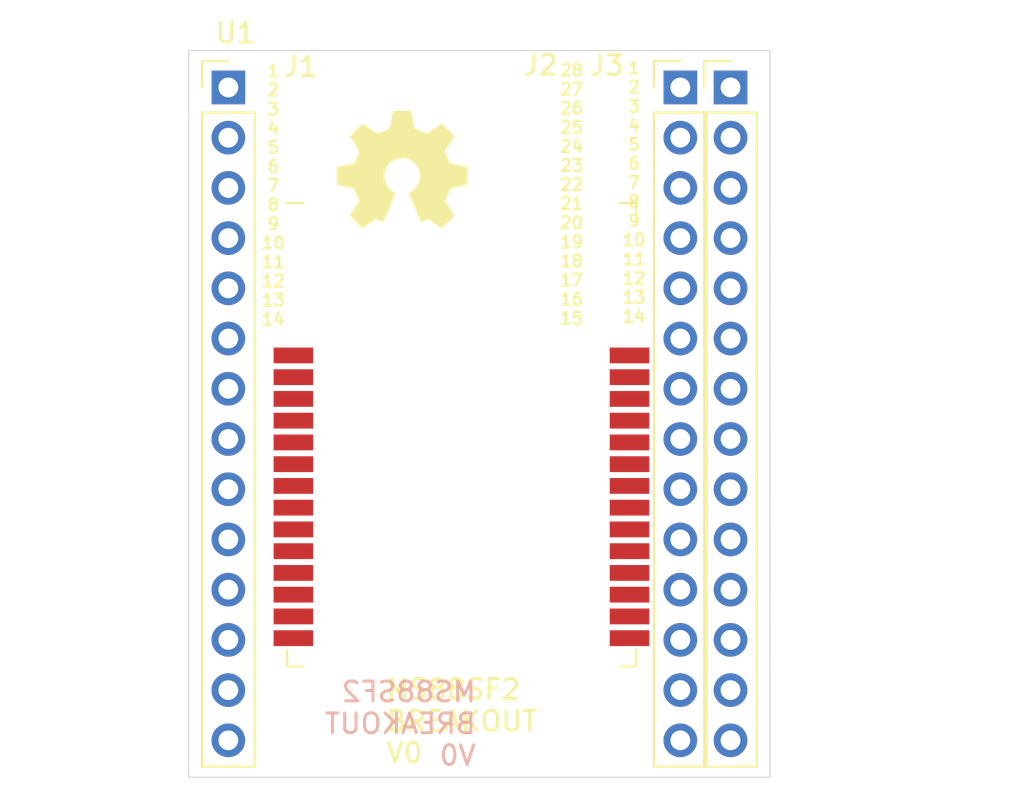
<source format=kicad_pcb>
(kicad_pcb (version 20171130) (host pcbnew 5.1.5+dfsg1-2build2)

  (general
    (thickness 1.6)
    (drawings 9)
    (tracks 0)
    (zones 0)
    (modules 5)
    (nets 56)
  )

  (page A4)
  (title_block
    (title ms88sf2-breakboard)
  )

  (layers
    (0 F.Cu signal)
    (31 B.Cu signal)
    (32 B.Adhes user)
    (33 F.Adhes user)
    (34 B.Paste user)
    (35 F.Paste user)
    (36 B.SilkS user)
    (37 F.SilkS user)
    (38 B.Mask user)
    (39 F.Mask user)
    (40 Dwgs.User user)
    (41 Cmts.User user)
    (42 Eco1.User user)
    (43 Eco2.User user)
    (44 Edge.Cuts user)
    (45 Margin user)
    (46 B.CrtYd user)
    (47 F.CrtYd user)
    (48 B.Fab user)
    (49 F.Fab user)
  )

  (setup
    (last_trace_width 0.25)
    (trace_clearance 0.2)
    (zone_clearance 0.508)
    (zone_45_only no)
    (trace_min 0.2)
    (via_size 0.8)
    (via_drill 0.4)
    (via_min_size 0.4)
    (via_min_drill 0.3)
    (uvia_size 0.3)
    (uvia_drill 0.1)
    (uvias_allowed no)
    (uvia_min_size 0.2)
    (uvia_min_drill 0.1)
    (edge_width 0.05)
    (segment_width 0.2)
    (pcb_text_width 0.3)
    (pcb_text_size 1.5 1.5)
    (mod_edge_width 0.12)
    (mod_text_size 1 1)
    (mod_text_width 0.15)
    (pad_size 1.524 1.524)
    (pad_drill 0.762)
    (pad_to_mask_clearance 0.051)
    (solder_mask_min_width 0.25)
    (aux_axis_origin 0 0)
    (visible_elements FFFFFF7F)
    (pcbplotparams
      (layerselection 0x010f0_ffffffff)
      (usegerberextensions false)
      (usegerberattributes false)
      (usegerberadvancedattributes false)
      (creategerberjobfile false)
      (excludeedgelayer true)
      (linewidth 0.100000)
      (plotframeref false)
      (viasonmask false)
      (mode 1)
      (useauxorigin false)
      (hpglpennumber 1)
      (hpglpenspeed 20)
      (hpglpendiameter 15.000000)
      (psnegative false)
      (psa4output false)
      (plotreference true)
      (plotvalue true)
      (plotinvisibletext false)
      (padsonsilk false)
      (subtractmaskfromsilk false)
      (outputformat 1)
      (mirror false)
      (drillshape 0)
      (scaleselection 1)
      (outputdirectory "gerber/single/"))
  )

  (net 0 "")
  (net 1 /ICPIN02)
  (net 2 /ICPIN01)
  (net 3 /ICPIN22)
  (net 4 /ICPIN21)
  (net 5 /ICPIN20)
  (net 6 /ICPIN19)
  (net 7 /ICPIN16)
  (net 8 /ICPIN15)
  (net 9 /ICPIN13)
  (net 10 /ICPIN12)
  (net 11 /ICPIN11)
  (net 12 /ICPIN10)
  (net 13 /ICPIN09)
  (net 14 /ICPIN08)
  (net 15 /ICPIN07)
  (net 16 /ICPIN06)
  (net 17 /ICPIN05)
  (net 18 /ICPIN04)
  (net 19 /ICPIN03)
  (net 20 /ICPIN24)
  (net 21 /ICPIN25)
  (net 22 /ICPIN26)
  (net 23 /ICPIN27)
  (net 24 /ICPIN29)
  (net 25 /ICPIN30)
  (net 26 /ICPIN31)
  (net 27 /ICPIN32)
  (net 28 /ICPIN14)
  (net 29 "Net-(U1-Pad27)")
  (net 30 "Net-(U1-Pad26)")
  (net 31 "Net-(U1-Pad25)")
  (net 32 "Net-(U1-Pad24)")
  (net 33 "Net-(U1-Pad23)")
  (net 34 "Net-(U1-Pad22)")
  (net 35 "Net-(U1-Pad21)")
  (net 36 "Net-(U1-Pad20)")
  (net 37 "Net-(U1-Pad19)")
  (net 38 "Net-(U1-Pad18)")
  (net 39 "Net-(U1-Pad17)")
  (net 40 "Net-(U1-Pad16)")
  (net 41 "Net-(U1-Pad15)")
  (net 42 "Net-(U1-Pad14)")
  (net 43 "Net-(U1-Pad1)")
  (net 44 "Net-(U1-Pad2)")
  (net 45 "Net-(U1-Pad3)")
  (net 46 "Net-(U1-Pad4)")
  (net 47 "Net-(U1-Pad5)")
  (net 48 "Net-(U1-Pad6)")
  (net 49 "Net-(U1-Pad7)")
  (net 50 "Net-(U1-Pad8)")
  (net 51 "Net-(U1-Pad9)")
  (net 52 "Net-(U1-Pad10)")
  (net 53 "Net-(U1-Pad11)")
  (net 54 "Net-(U1-Pad12)")
  (net 55 "Net-(U1-Pad13)")

  (net_class Default "This is the default net class."
    (clearance 0.2)
    (trace_width 0.25)
    (via_dia 0.8)
    (via_drill 0.4)
    (uvia_dia 0.3)
    (uvia_drill 0.1)
    (add_net /ICPIN01)
    (add_net /ICPIN02)
    (add_net /ICPIN03)
    (add_net /ICPIN04)
    (add_net /ICPIN05)
    (add_net /ICPIN06)
    (add_net /ICPIN07)
    (add_net /ICPIN08)
    (add_net /ICPIN09)
    (add_net /ICPIN10)
    (add_net /ICPIN11)
    (add_net /ICPIN12)
    (add_net /ICPIN13)
    (add_net /ICPIN14)
    (add_net /ICPIN15)
    (add_net /ICPIN16)
    (add_net /ICPIN19)
    (add_net /ICPIN20)
    (add_net /ICPIN21)
    (add_net /ICPIN22)
    (add_net /ICPIN24)
    (add_net /ICPIN25)
    (add_net /ICPIN26)
    (add_net /ICPIN27)
    (add_net /ICPIN29)
    (add_net /ICPIN30)
    (add_net /ICPIN31)
    (add_net /ICPIN32)
    (add_net "Net-(U1-Pad1)")
    (add_net "Net-(U1-Pad10)")
    (add_net "Net-(U1-Pad11)")
    (add_net "Net-(U1-Pad12)")
    (add_net "Net-(U1-Pad13)")
    (add_net "Net-(U1-Pad14)")
    (add_net "Net-(U1-Pad15)")
    (add_net "Net-(U1-Pad16)")
    (add_net "Net-(U1-Pad17)")
    (add_net "Net-(U1-Pad18)")
    (add_net "Net-(U1-Pad19)")
    (add_net "Net-(U1-Pad2)")
    (add_net "Net-(U1-Pad20)")
    (add_net "Net-(U1-Pad21)")
    (add_net "Net-(U1-Pad22)")
    (add_net "Net-(U1-Pad23)")
    (add_net "Net-(U1-Pad24)")
    (add_net "Net-(U1-Pad25)")
    (add_net "Net-(U1-Pad26)")
    (add_net "Net-(U1-Pad27)")
    (add_net "Net-(U1-Pad3)")
    (add_net "Net-(U1-Pad4)")
    (add_net "Net-(U1-Pad5)")
    (add_net "Net-(U1-Pad6)")
    (add_net "Net-(U1-Pad7)")
    (add_net "Net-(U1-Pad8)")
    (add_net "Net-(U1-Pad9)")
  )

  (module MINEW:MS88SF2 (layer F.Cu) (tedit 63025AB9) (tstamp 630310E2)
    (at 63.78956 69.43344)
    (descr "MS88SF2 BLUETOOTH Module https://www.minew.com/wp-content/uploads/2021/06/MS88SF2_V2.4-nRF52840-Datasheet.pdf")
    (tags "BLUETOOTH MS88SF2")
    (path /6303D01D)
    (attr smd)
    (fp_text reference U1 (at -11.43 -20.32) (layer F.SilkS)
      (effects (font (size 1 1) (thickness 0.15)))
    )
    (fp_text value MS88SF2 (at 0 12.954) (layer F.Fab)
      (effects (font (size 1 1) (thickness 0.15)))
    )
    (fp_line (start 9.75 11.85) (end -9.75 11.85) (layer F.CrtYd) (width 0.05))
    (fp_line (start 9.75 -11.85) (end -9.75 -11.85) (layer F.CrtYd) (width 0.05))
    (fp_line (start -9.75 -11.85) (end -9.75 11.85) (layer F.CrtYd) (width 0.05))
    (fp_line (start 9.75 -11.85) (end 9.75 11.85) (layer F.CrtYd) (width 0.05))
    (fp_line (start -8.82 -11.72) (end -8 -11.72) (layer F.SilkS) (width 0.12))
    (fp_line (start 8.82 -10.9) (end 8.82 -11.72) (layer F.SilkS) (width 0.12))
    (fp_line (start 8.82 -11.72) (end 8 -11.72) (layer F.SilkS) (width 0.12))
    (fp_line (start -8.82 10.9) (end -8.82 11.72) (layer F.SilkS) (width 0.12))
    (fp_line (start -8 11.72) (end -8.82 11.72) (layer F.SilkS) (width 0.12))
    (fp_line (start 8.82 10.9) (end 8.82 11.72) (layer F.SilkS) (width 0.12))
    (fp_line (start 8 11.72) (end 8.82 11.72) (layer F.SilkS) (width 0.12))
    (fp_line (start -8 -11.6) (end 8.7 -11.6) (layer F.Fab) (width 0.1))
    (fp_line (start -8.7 11.6) (end 8.7 11.6) (layer F.Fab) (width 0.1))
    (fp_line (start 8.7 -11.6) (end 8.7 11.6) (layer F.Fab) (width 0.1))
    (fp_line (start -8.7 -10.9) (end -8.7 11.6) (layer F.Fab) (width 0.1))
    (fp_line (start -8.7 -10.9) (end -8 -11.6) (layer F.Fab) (width 0.1))
    (fp_text user %R (at 0 0) (layer F.Fab)
      (effects (font (size 1 1) (thickness 0.15)))
    )
    (pad 27 smd rect (at 8.5 -4.01) (size 2 0.8) (layers F.Cu F.Paste F.Mask)
      (net 29 "Net-(U1-Pad27)"))
    (pad 26 smd rect (at 8.5 -2.91) (size 2 0.8) (layers F.Cu F.Paste F.Mask)
      (net 30 "Net-(U1-Pad26)"))
    (pad 25 smd rect (at 8.5 -1.81) (size 2 0.8) (layers F.Cu F.Paste F.Mask)
      (net 31 "Net-(U1-Pad25)"))
    (pad 24 smd rect (at 8.5 -0.71) (size 2 0.8) (layers F.Cu F.Paste F.Mask)
      (net 32 "Net-(U1-Pad24)"))
    (pad 23 smd rect (at 8.5 0.39) (size 2 0.8) (layers F.Cu F.Paste F.Mask)
      (net 33 "Net-(U1-Pad23)"))
    (pad 22 smd rect (at 8.5 1.49) (size 2 0.8) (layers F.Cu F.Paste F.Mask)
      (net 34 "Net-(U1-Pad22)"))
    (pad 21 smd rect (at 8.5 2.59) (size 2 0.8) (layers F.Cu F.Paste F.Mask)
      (net 35 "Net-(U1-Pad21)"))
    (pad 20 smd rect (at 8.5 3.69) (size 2 0.8) (layers F.Cu F.Paste F.Mask)
      (net 36 "Net-(U1-Pad20)"))
    (pad 19 smd rect (at 8.5 4.79) (size 2 0.8) (layers F.Cu F.Paste F.Mask)
      (net 37 "Net-(U1-Pad19)"))
    (pad 18 smd rect (at 8.5 5.89) (size 2 0.8) (layers F.Cu F.Paste F.Mask)
      (net 38 "Net-(U1-Pad18)"))
    (pad 17 smd rect (at 8.5 6.99) (size 2 0.8) (layers F.Cu F.Paste F.Mask)
      (net 39 "Net-(U1-Pad17)"))
    (pad 16 smd rect (at 8.5 8.09) (size 2 0.8) (layers F.Cu F.Paste F.Mask)
      (net 40 "Net-(U1-Pad16)"))
    (pad 15 smd rect (at 8.5 9.19) (size 2 0.8) (layers F.Cu F.Paste F.Mask)
      (net 41 "Net-(U1-Pad15)"))
    (pad 14 smd rect (at 8.5 10.29) (size 2 0.8) (layers F.Cu F.Paste F.Mask)
      (net 42 "Net-(U1-Pad14)"))
    (pad 1 smd rect (at -8.5 -4.01) (size 2 0.8) (layers F.Cu F.Paste F.Mask)
      (net 43 "Net-(U1-Pad1)"))
    (pad 2 smd rect (at -8.5 -2.91) (size 2 0.8) (layers F.Cu F.Paste F.Mask)
      (net 44 "Net-(U1-Pad2)"))
    (pad 3 smd rect (at -8.5 -1.81) (size 2 0.8) (layers F.Cu F.Paste F.Mask)
      (net 45 "Net-(U1-Pad3)"))
    (pad 4 smd rect (at -8.5 -0.71) (size 2 0.8) (layers F.Cu F.Paste F.Mask)
      (net 46 "Net-(U1-Pad4)"))
    (pad 5 smd rect (at -8.5 0.39) (size 2 0.8) (layers F.Cu F.Paste F.Mask)
      (net 47 "Net-(U1-Pad5)"))
    (pad 6 smd rect (at -8.5 1.49) (size 2 0.8) (layers F.Cu F.Paste F.Mask)
      (net 48 "Net-(U1-Pad6)"))
    (pad 7 smd rect (at -8.5 2.59) (size 2 0.8) (layers F.Cu F.Paste F.Mask)
      (net 49 "Net-(U1-Pad7)"))
    (pad 8 smd rect (at -8.5 3.69) (size 2 0.8) (layers F.Cu F.Paste F.Mask)
      (net 50 "Net-(U1-Pad8)"))
    (pad 9 smd rect (at -8.5 4.79) (size 2 0.8) (layers F.Cu F.Paste F.Mask)
      (net 51 "Net-(U1-Pad9)"))
    (pad 10 smd rect (at -8.5 5.89) (size 2 0.8) (layers F.Cu F.Paste F.Mask)
      (net 52 "Net-(U1-Pad10)"))
    (pad 11 smd rect (at -8.5 6.99) (size 2 0.8) (layers F.Cu F.Paste F.Mask)
      (net 53 "Net-(U1-Pad11)"))
    (pad 12 smd rect (at -8.5 8.09) (size 2 0.8) (layers F.Cu F.Paste F.Mask)
      (net 54 "Net-(U1-Pad12)"))
    (pad 13 smd rect (at -8.5 9.19) (size 2 0.8) (layers F.Cu F.Paste F.Mask)
      (net 55 "Net-(U1-Pad13)"))
    (pad 14 smd rect (at -8.5 10.29) (size 2 0.8) (layers F.Cu F.Paste F.Mask)
      (net 42 "Net-(U1-Pad14)"))
    (model ${KISYS3DMOD}/RF_Module.3dshapes/MS88SF2.wrl
      (at (xyz 0 0 0))
      (scale (xyz 1 1 1))
      (rotate (xyz 0 0 0))
    )
  )

  (module Connector_PinHeader_2.54mm:PinHeader_1x14_P2.54mm_Vertical (layer F.Cu) (tedit 59FED5CC) (tstamp 621F5E7E)
    (at 77.4 51.87)
    (descr "Through hole straight pin header, 1x14, 2.54mm pitch, single row")
    (tags "Through hole pin header THT 1x14 2.54mm single row")
    (path /621F6CCC)
    (fp_text reference J3 (at -6.25968 -1.11064) (layer F.SilkS)
      (effects (font (size 1 1) (thickness 0.15)))
    )
    (fp_text value Conn_01x14_Male (at 0 35.35) (layer F.Fab)
      (effects (font (size 1 1) (thickness 0.15)))
    )
    (fp_text user %R (at 0 16.51 90) (layer F.Fab)
      (effects (font (size 1 1) (thickness 0.15)))
    )
    (fp_line (start 1.8 -1.8) (end -1.8 -1.8) (layer F.CrtYd) (width 0.05))
    (fp_line (start 1.8 34.8) (end 1.8 -1.8) (layer F.CrtYd) (width 0.05))
    (fp_line (start -1.8 34.8) (end 1.8 34.8) (layer F.CrtYd) (width 0.05))
    (fp_line (start -1.8 -1.8) (end -1.8 34.8) (layer F.CrtYd) (width 0.05))
    (fp_line (start -1.33 -1.33) (end 0 -1.33) (layer F.SilkS) (width 0.12))
    (fp_line (start -1.33 0) (end -1.33 -1.33) (layer F.SilkS) (width 0.12))
    (fp_line (start -1.33 1.27) (end 1.33 1.27) (layer F.SilkS) (width 0.12))
    (fp_line (start 1.33 1.27) (end 1.33 34.35) (layer F.SilkS) (width 0.12))
    (fp_line (start -1.33 1.27) (end -1.33 34.35) (layer F.SilkS) (width 0.12))
    (fp_line (start -1.33 34.35) (end 1.33 34.35) (layer F.SilkS) (width 0.12))
    (fp_line (start -1.27 -0.635) (end -0.635 -1.27) (layer F.Fab) (width 0.1))
    (fp_line (start -1.27 34.29) (end -1.27 -0.635) (layer F.Fab) (width 0.1))
    (fp_line (start 1.27 34.29) (end -1.27 34.29) (layer F.Fab) (width 0.1))
    (fp_line (start 1.27 -1.27) (end 1.27 34.29) (layer F.Fab) (width 0.1))
    (fp_line (start -0.635 -1.27) (end 1.27 -1.27) (layer F.Fab) (width 0.1))
    (pad 14 thru_hole oval (at 0 33.02) (size 1.7 1.7) (drill 1) (layers *.Cu *.Mask)
      (net 28 /ICPIN14))
    (pad 13 thru_hole oval (at 0 30.48) (size 1.7 1.7) (drill 1) (layers *.Cu *.Mask)
      (net 9 /ICPIN13))
    (pad 12 thru_hole oval (at 0 27.94) (size 1.7 1.7) (drill 1) (layers *.Cu *.Mask)
      (net 10 /ICPIN12))
    (pad 11 thru_hole oval (at 0 25.4) (size 1.7 1.7) (drill 1) (layers *.Cu *.Mask)
      (net 11 /ICPIN11))
    (pad 10 thru_hole oval (at 0 22.86) (size 1.7 1.7) (drill 1) (layers *.Cu *.Mask)
      (net 12 /ICPIN10))
    (pad 9 thru_hole oval (at 0 20.32) (size 1.7 1.7) (drill 1) (layers *.Cu *.Mask)
      (net 13 /ICPIN09))
    (pad 8 thru_hole oval (at 0 17.78) (size 1.7 1.7) (drill 1) (layers *.Cu *.Mask)
      (net 14 /ICPIN08))
    (pad 7 thru_hole oval (at 0 15.24) (size 1.7 1.7) (drill 1) (layers *.Cu *.Mask)
      (net 15 /ICPIN07))
    (pad 6 thru_hole oval (at 0 12.7) (size 1.7 1.7) (drill 1) (layers *.Cu *.Mask)
      (net 16 /ICPIN06))
    (pad 5 thru_hole oval (at 0 10.16) (size 1.7 1.7) (drill 1) (layers *.Cu *.Mask)
      (net 17 /ICPIN05))
    (pad 4 thru_hole oval (at 0 7.62) (size 1.7 1.7) (drill 1) (layers *.Cu *.Mask)
      (net 18 /ICPIN04))
    (pad 3 thru_hole oval (at 0 5.08) (size 1.7 1.7) (drill 1) (layers *.Cu *.Mask)
      (net 19 /ICPIN03))
    (pad 2 thru_hole oval (at 0 2.54) (size 1.7 1.7) (drill 1) (layers *.Cu *.Mask)
      (net 1 /ICPIN02))
    (pad 1 thru_hole rect (at 0 0) (size 1.7 1.7) (drill 1) (layers *.Cu *.Mask)
      (net 2 /ICPIN01))
    (model ${KISYS3DMOD}/Connector_PinHeader_2.54mm.3dshapes/PinHeader_1x14_P2.54mm_Vertical.wrl
      (at (xyz 0 0 0))
      (scale (xyz 1 1 1))
      (rotate (xyz 0 0 0))
    )
  )

  (module Connector_PinHeader_2.54mm:PinHeader_1x14_P2.54mm_Vertical (layer F.Cu) (tedit 59FED5CC) (tstamp 621F5440)
    (at 74.86 51.87)
    (descr "Through hole straight pin header, 1x14, 2.54mm pitch, single row")
    (tags "Through hole pin header THT 1x14 2.54mm single row")
    (path /621FB759)
    (fp_text reference J2 (at -7.07248 -1.12588) (layer F.SilkS)
      (effects (font (size 1 1) (thickness 0.15)))
    )
    (fp_text value Conn_01x14_Male (at 0 35.35) (layer F.Fab)
      (effects (font (size 1 1) (thickness 0.15)))
    )
    (fp_text user %R (at 0 16.51 90) (layer F.Fab)
      (effects (font (size 1 1) (thickness 0.15)))
    )
    (fp_line (start 1.8 -1.8) (end -1.8 -1.8) (layer F.CrtYd) (width 0.05))
    (fp_line (start 1.8 34.8) (end 1.8 -1.8) (layer F.CrtYd) (width 0.05))
    (fp_line (start -1.8 34.8) (end 1.8 34.8) (layer F.CrtYd) (width 0.05))
    (fp_line (start -1.8 -1.8) (end -1.8 34.8) (layer F.CrtYd) (width 0.05))
    (fp_line (start -1.33 -1.33) (end 0 -1.33) (layer F.SilkS) (width 0.12))
    (fp_line (start -1.33 0) (end -1.33 -1.33) (layer F.SilkS) (width 0.12))
    (fp_line (start -1.33 1.27) (end 1.33 1.27) (layer F.SilkS) (width 0.12))
    (fp_line (start 1.33 1.27) (end 1.33 34.35) (layer F.SilkS) (width 0.12))
    (fp_line (start -1.33 1.27) (end -1.33 34.35) (layer F.SilkS) (width 0.12))
    (fp_line (start -1.33 34.35) (end 1.33 34.35) (layer F.SilkS) (width 0.12))
    (fp_line (start -1.27 -0.635) (end -0.635 -1.27) (layer F.Fab) (width 0.1))
    (fp_line (start -1.27 34.29) (end -1.27 -0.635) (layer F.Fab) (width 0.1))
    (fp_line (start 1.27 34.29) (end -1.27 34.29) (layer F.Fab) (width 0.1))
    (fp_line (start 1.27 -1.27) (end 1.27 34.29) (layer F.Fab) (width 0.1))
    (fp_line (start -0.635 -1.27) (end 1.27 -1.27) (layer F.Fab) (width 0.1))
    (pad 14 thru_hole oval (at 0 33.02) (size 1.7 1.7) (drill 1) (layers *.Cu *.Mask)
      (net 8 /ICPIN15))
    (pad 13 thru_hole oval (at 0 30.48) (size 1.7 1.7) (drill 1) (layers *.Cu *.Mask)
      (net 7 /ICPIN16))
    (pad 12 thru_hole oval (at 0 27.94) (size 1.7 1.7) (drill 1) (layers *.Cu *.Mask)
      (net 6 /ICPIN19))
    (pad 11 thru_hole oval (at 0 25.4) (size 1.7 1.7) (drill 1) (layers *.Cu *.Mask)
      (net 5 /ICPIN20))
    (pad 10 thru_hole oval (at 0 22.86) (size 1.7 1.7) (drill 1) (layers *.Cu *.Mask)
      (net 4 /ICPIN21))
    (pad 9 thru_hole oval (at 0 20.32) (size 1.7 1.7) (drill 1) (layers *.Cu *.Mask)
      (net 3 /ICPIN22))
    (pad 8 thru_hole oval (at 0 17.78) (size 1.7 1.7) (drill 1) (layers *.Cu *.Mask)
      (net 20 /ICPIN24))
    (pad 7 thru_hole oval (at 0 15.24) (size 1.7 1.7) (drill 1) (layers *.Cu *.Mask)
      (net 21 /ICPIN25))
    (pad 6 thru_hole oval (at 0 12.7) (size 1.7 1.7) (drill 1) (layers *.Cu *.Mask)
      (net 22 /ICPIN26))
    (pad 5 thru_hole oval (at 0 10.16) (size 1.7 1.7) (drill 1) (layers *.Cu *.Mask)
      (net 23 /ICPIN27))
    (pad 4 thru_hole oval (at 0 7.62) (size 1.7 1.7) (drill 1) (layers *.Cu *.Mask)
      (net 24 /ICPIN29))
    (pad 3 thru_hole oval (at 0 5.08) (size 1.7 1.7) (drill 1) (layers *.Cu *.Mask)
      (net 25 /ICPIN30))
    (pad 2 thru_hole oval (at 0 2.54) (size 1.7 1.7) (drill 1) (layers *.Cu *.Mask)
      (net 26 /ICPIN31))
    (pad 1 thru_hole rect (at 0 0) (size 1.7 1.7) (drill 1) (layers *.Cu *.Mask)
      (net 27 /ICPIN32))
    (model ${KISYS3DMOD}/Connector_PinHeader_2.54mm.3dshapes/PinHeader_1x14_P2.54mm_Vertical.wrl
      (at (xyz 0 0 0))
      (scale (xyz 1 1 1))
      (rotate (xyz 0 0 0))
    )
  )

  (module Connector_PinHeader_2.54mm:PinHeader_1x14_P2.54mm_Vertical (layer F.Cu) (tedit 59FED5CC) (tstamp 621F541E)
    (at 52 51.87)
    (descr "Through hole straight pin header, 1x14, 2.54mm pitch, single row")
    (tags "Through hole pin header THT 1x14 2.54mm single row")
    (path /621F2722)
    (fp_text reference J1 (at 3.65648 -1.05984) (layer F.SilkS)
      (effects (font (size 1 1) (thickness 0.15)))
    )
    (fp_text value Conn_01x14_Male (at 0 35.35) (layer F.Fab)
      (effects (font (size 1 1) (thickness 0.15)))
    )
    (fp_text user %R (at 0 16.51 90) (layer F.Fab)
      (effects (font (size 1 1) (thickness 0.15)))
    )
    (fp_line (start 1.8 -1.8) (end -1.8 -1.8) (layer F.CrtYd) (width 0.05))
    (fp_line (start 1.8 34.8) (end 1.8 -1.8) (layer F.CrtYd) (width 0.05))
    (fp_line (start -1.8 34.8) (end 1.8 34.8) (layer F.CrtYd) (width 0.05))
    (fp_line (start -1.8 -1.8) (end -1.8 34.8) (layer F.CrtYd) (width 0.05))
    (fp_line (start -1.33 -1.33) (end 0 -1.33) (layer F.SilkS) (width 0.12))
    (fp_line (start -1.33 0) (end -1.33 -1.33) (layer F.SilkS) (width 0.12))
    (fp_line (start -1.33 1.27) (end 1.33 1.27) (layer F.SilkS) (width 0.12))
    (fp_line (start 1.33 1.27) (end 1.33 34.35) (layer F.SilkS) (width 0.12))
    (fp_line (start -1.33 1.27) (end -1.33 34.35) (layer F.SilkS) (width 0.12))
    (fp_line (start -1.33 34.35) (end 1.33 34.35) (layer F.SilkS) (width 0.12))
    (fp_line (start -1.27 -0.635) (end -0.635 -1.27) (layer F.Fab) (width 0.1))
    (fp_line (start -1.27 34.29) (end -1.27 -0.635) (layer F.Fab) (width 0.1))
    (fp_line (start 1.27 34.29) (end -1.27 34.29) (layer F.Fab) (width 0.1))
    (fp_line (start 1.27 -1.27) (end 1.27 34.29) (layer F.Fab) (width 0.1))
    (fp_line (start -0.635 -1.27) (end 1.27 -1.27) (layer F.Fab) (width 0.1))
    (pad 14 thru_hole oval (at 0 33.02) (size 1.7 1.7) (drill 1) (layers *.Cu *.Mask)
      (net 28 /ICPIN14))
    (pad 13 thru_hole oval (at 0 30.48) (size 1.7 1.7) (drill 1) (layers *.Cu *.Mask)
      (net 9 /ICPIN13))
    (pad 12 thru_hole oval (at 0 27.94) (size 1.7 1.7) (drill 1) (layers *.Cu *.Mask)
      (net 10 /ICPIN12))
    (pad 11 thru_hole oval (at 0 25.4) (size 1.7 1.7) (drill 1) (layers *.Cu *.Mask)
      (net 11 /ICPIN11))
    (pad 10 thru_hole oval (at 0 22.86) (size 1.7 1.7) (drill 1) (layers *.Cu *.Mask)
      (net 12 /ICPIN10))
    (pad 9 thru_hole oval (at 0 20.32) (size 1.7 1.7) (drill 1) (layers *.Cu *.Mask)
      (net 13 /ICPIN09))
    (pad 8 thru_hole oval (at 0 17.78) (size 1.7 1.7) (drill 1) (layers *.Cu *.Mask)
      (net 14 /ICPIN08))
    (pad 7 thru_hole oval (at 0 15.24) (size 1.7 1.7) (drill 1) (layers *.Cu *.Mask)
      (net 15 /ICPIN07))
    (pad 6 thru_hole oval (at 0 12.7) (size 1.7 1.7) (drill 1) (layers *.Cu *.Mask)
      (net 16 /ICPIN06))
    (pad 5 thru_hole oval (at 0 10.16) (size 1.7 1.7) (drill 1) (layers *.Cu *.Mask)
      (net 17 /ICPIN05))
    (pad 4 thru_hole oval (at 0 7.62) (size 1.7 1.7) (drill 1) (layers *.Cu *.Mask)
      (net 18 /ICPIN04))
    (pad 3 thru_hole oval (at 0 5.08) (size 1.7 1.7) (drill 1) (layers *.Cu *.Mask)
      (net 19 /ICPIN03))
    (pad 2 thru_hole oval (at 0 2.54) (size 1.7 1.7) (drill 1) (layers *.Cu *.Mask)
      (net 1 /ICPIN02))
    (pad 1 thru_hole rect (at 0 0) (size 1.7 1.7) (drill 1) (layers *.Cu *.Mask)
      (net 2 /ICPIN01))
    (model ${KISYS3DMOD}/Connector_PinHeader_2.54mm.3dshapes/PinHeader_1x14_P2.54mm_Vertical.wrl
      (at (xyz 0 0 0))
      (scale (xyz 1 1 1))
      (rotate (xyz 0 0 0))
    )
  )

  (module Symbol:OSHW-Symbol_6.7x6mm_SilkScreen (layer F.Cu) (tedit 0) (tstamp 61FB43E1)
    (at 60.7822 56.03748)
    (descr "Open Source Hardware Symbol")
    (tags "Logo Symbol OSHW")
    (attr virtual)
    (fp_text reference REF** (at 0 0) (layer F.SilkS) hide
      (effects (font (size 1 1) (thickness 0.15)))
    )
    (fp_text value OSHW-Symbol_6.7x6mm_SilkScreen (at 0.75 0) (layer F.Fab) hide
      (effects (font (size 1 1) (thickness 0.15)))
    )
    (fp_poly (pts (xy 0.555814 -2.531069) (xy 0.639635 -2.086445) (xy 0.94892 -1.958947) (xy 1.258206 -1.831449)
      (xy 1.629246 -2.083754) (xy 1.733157 -2.154004) (xy 1.827087 -2.216728) (xy 1.906652 -2.269062)
      (xy 1.96747 -2.308143) (xy 2.005157 -2.331107) (xy 2.015421 -2.336058) (xy 2.03391 -2.323324)
      (xy 2.07342 -2.288118) (xy 2.129522 -2.234938) (xy 2.197787 -2.168282) (xy 2.273786 -2.092646)
      (xy 2.353092 -2.012528) (xy 2.431275 -1.932426) (xy 2.503907 -1.856836) (xy 2.566559 -1.790255)
      (xy 2.614803 -1.737182) (xy 2.64421 -1.702113) (xy 2.651241 -1.690377) (xy 2.641123 -1.66874)
      (xy 2.612759 -1.621338) (xy 2.569129 -1.552807) (xy 2.513218 -1.467785) (xy 2.448006 -1.370907)
      (xy 2.410219 -1.31565) (xy 2.341343 -1.214752) (xy 2.28014 -1.123701) (xy 2.229578 -1.04703)
      (xy 2.192628 -0.989272) (xy 2.172258 -0.954957) (xy 2.169197 -0.947746) (xy 2.176136 -0.927252)
      (xy 2.195051 -0.879487) (xy 2.223087 -0.811168) (xy 2.257391 -0.729011) (xy 2.295109 -0.63973)
      (xy 2.333387 -0.550042) (xy 2.36937 -0.466662) (xy 2.400206 -0.396306) (xy 2.423039 -0.34569)
      (xy 2.435017 -0.321529) (xy 2.435724 -0.320578) (xy 2.454531 -0.315964) (xy 2.504618 -0.305672)
      (xy 2.580793 -0.290713) (xy 2.677865 -0.272099) (xy 2.790643 -0.250841) (xy 2.856442 -0.238582)
      (xy 2.97695 -0.215638) (xy 3.085797 -0.193805) (xy 3.177476 -0.174278) (xy 3.246481 -0.158252)
      (xy 3.287304 -0.146921) (xy 3.295511 -0.143326) (xy 3.303548 -0.118994) (xy 3.310033 -0.064041)
      (xy 3.31497 0.015108) (xy 3.318364 0.112026) (xy 3.320218 0.220287) (xy 3.320538 0.333465)
      (xy 3.319327 0.445135) (xy 3.31659 0.548868) (xy 3.312331 0.638241) (xy 3.306555 0.706826)
      (xy 3.299267 0.748197) (xy 3.294895 0.75681) (xy 3.268764 0.767133) (xy 3.213393 0.781892)
      (xy 3.136107 0.799352) (xy 3.04423 0.81778) (xy 3.012158 0.823741) (xy 2.857524 0.852066)
      (xy 2.735375 0.874876) (xy 2.641673 0.89308) (xy 2.572384 0.907583) (xy 2.523471 0.919292)
      (xy 2.490897 0.929115) (xy 2.470628 0.937956) (xy 2.458626 0.946724) (xy 2.456947 0.948457)
      (xy 2.440184 0.976371) (xy 2.414614 1.030695) (xy 2.382788 1.104777) (xy 2.34726 1.191965)
      (xy 2.310583 1.285608) (xy 2.275311 1.379052) (xy 2.243996 1.465647) (xy 2.219193 1.53874)
      (xy 2.203454 1.591678) (xy 2.199332 1.617811) (xy 2.199676 1.618726) (xy 2.213641 1.640086)
      (xy 2.245322 1.687084) (xy 2.291391 1.754827) (xy 2.348518 1.838423) (xy 2.413373 1.932982)
      (xy 2.431843 1.959854) (xy 2.497699 2.057275) (xy 2.55565 2.146163) (xy 2.602538 2.221412)
      (xy 2.635207 2.27792) (xy 2.6505 2.310581) (xy 2.651241 2.314593) (xy 2.638392 2.335684)
      (xy 2.602888 2.377464) (xy 2.549293 2.435445) (xy 2.482171 2.505135) (xy 2.406087 2.582045)
      (xy 2.325604 2.661683) (xy 2.245287 2.739561) (xy 2.169699 2.811186) (xy 2.103405 2.87207)
      (xy 2.050969 2.917721) (xy 2.016955 2.94365) (xy 2.007545 2.947883) (xy 1.985643 2.937912)
      (xy 1.9408 2.91102) (xy 1.880321 2.871736) (xy 1.833789 2.840117) (xy 1.749475 2.782098)
      (xy 1.649626 2.713784) (xy 1.549473 2.645579) (xy 1.495627 2.609075) (xy 1.313371 2.4858)
      (xy 1.160381 2.56852) (xy 1.090682 2.604759) (xy 1.031414 2.632926) (xy 0.991311 2.648991)
      (xy 0.981103 2.651226) (xy 0.968829 2.634722) (xy 0.944613 2.588082) (xy 0.910263 2.515609)
      (xy 0.867588 2.421606) (xy 0.818394 2.310374) (xy 0.76449 2.186215) (xy 0.707684 2.053432)
      (xy 0.649782 1.916327) (xy 0.592593 1.779202) (xy 0.537924 1.646358) (xy 0.487584 1.522098)
      (xy 0.44338 1.410725) (xy 0.407119 1.316539) (xy 0.380609 1.243844) (xy 0.365658 1.196941)
      (xy 0.363254 1.180833) (xy 0.382311 1.160286) (xy 0.424036 1.126933) (xy 0.479706 1.087702)
      (xy 0.484378 1.084599) (xy 0.628264 0.969423) (xy 0.744283 0.835053) (xy 0.83143 0.685784)
      (xy 0.888699 0.525913) (xy 0.915086 0.359737) (xy 0.909585 0.191552) (xy 0.87119 0.025655)
      (xy 0.798895 -0.133658) (xy 0.777626 -0.168513) (xy 0.666996 -0.309263) (xy 0.536302 -0.422286)
      (xy 0.390064 -0.506997) (xy 0.232808 -0.562806) (xy 0.069057 -0.589126) (xy -0.096667 -0.58537)
      (xy -0.259838 -0.55095) (xy -0.415935 -0.485277) (xy -0.560433 -0.387765) (xy -0.605131 -0.348187)
      (xy -0.718888 -0.224297) (xy -0.801782 -0.093876) (xy -0.858644 0.052315) (xy -0.890313 0.197088)
      (xy -0.898131 0.35986) (xy -0.872062 0.52344) (xy -0.814755 0.682298) (xy -0.728856 0.830906)
      (xy -0.617014 0.963735) (xy -0.481877 1.075256) (xy -0.464117 1.087011) (xy -0.40785 1.125508)
      (xy -0.365077 1.158863) (xy -0.344628 1.18016) (xy -0.344331 1.180833) (xy -0.348721 1.203871)
      (xy -0.366124 1.256157) (xy -0.394732 1.33339) (xy -0.432735 1.431268) (xy -0.478326 1.545491)
      (xy -0.529697 1.671758) (xy -0.585038 1.805767) (xy -0.642542 1.943218) (xy -0.700399 2.079808)
      (xy -0.756802 2.211237) (xy -0.809942 2.333205) (xy -0.85801 2.441409) (xy -0.899199 2.531549)
      (xy -0.931699 2.599323) (xy -0.953703 2.64043) (xy -0.962564 2.651226) (xy -0.98964 2.642819)
      (xy -1.040303 2.620272) (xy -1.105817 2.587613) (xy -1.141841 2.56852) (xy -1.294832 2.4858)
      (xy -1.477088 2.609075) (xy -1.570125 2.672228) (xy -1.671985 2.741727) (xy -1.767438 2.807165)
      (xy -1.81525 2.840117) (xy -1.882495 2.885273) (xy -1.939436 2.921057) (xy -1.978646 2.942938)
      (xy -1.991381 2.947563) (xy -2.009917 2.935085) (xy -2.050941 2.900252) (xy -2.110475 2.846678)
      (xy -2.184542 2.777983) (xy -2.269165 2.697781) (xy -2.322685 2.646286) (xy -2.416319 2.554286)
      (xy -2.497241 2.471999) (xy -2.562177 2.402945) (xy -2.607858 2.350644) (xy -2.631011 2.318616)
      (xy -2.633232 2.312116) (xy -2.622924 2.287394) (xy -2.594439 2.237405) (xy -2.550937 2.167212)
      (xy -2.495577 2.081875) (xy -2.43152 1.986456) (xy -2.413303 1.959854) (xy -2.346927 1.863167)
      (xy -2.287378 1.776117) (xy -2.237984 1.703595) (xy -2.202075 1.650493) (xy -2.182981 1.621703)
      (xy -2.181136 1.618726) (xy -2.183895 1.595782) (xy -2.198538 1.545336) (xy -2.222513 1.474041)
      (xy -2.253266 1.388547) (xy -2.288244 1.295507) (xy -2.324893 1.201574) (xy -2.360661 1.113399)
      (xy -2.392994 1.037634) (xy -2.419338 0.980931) (xy -2.437142 0.949943) (xy -2.438407 0.948457)
      (xy -2.449294 0.939601) (xy -2.467682 0.930843) (xy -2.497606 0.921277) (xy -2.543103 0.909996)
      (xy -2.608209 0.896093) (xy -2.696961 0.878663) (xy -2.813393 0.856798) (xy -2.961542 0.829591)
      (xy -2.993618 0.823741) (xy -3.088686 0.805374) (xy -3.171565 0.787405) (xy -3.23493 0.771569)
      (xy -3.271458 0.7596) (xy -3.276356 0.75681) (xy -3.284427 0.732072) (xy -3.290987 0.67679)
      (xy -3.296033 0.597389) (xy -3.299559 0.500296) (xy -3.301561 0.391938) (xy -3.302036 0.27874)
      (xy -3.300977 0.167128) (xy -3.298382 0.063529) (xy -3.294246 -0.025632) (xy -3.288563 -0.093928)
      (xy -3.281331 -0.134934) (xy -3.276971 -0.143326) (xy -3.252698 -0.151792) (xy -3.197426 -0.165565)
      (xy -3.116662 -0.18345) (xy -3.015912 -0.204252) (xy -2.900683 -0.226777) (xy -2.837902 -0.238582)
      (xy -2.718787 -0.260849) (xy -2.612565 -0.281021) (xy -2.524427 -0.298085) (xy -2.459566 -0.311031)
      (xy -2.423174 -0.318845) (xy -2.417184 -0.320578) (xy -2.407061 -0.34011) (xy -2.385662 -0.387157)
      (xy -2.355839 -0.454997) (xy -2.320445 -0.536909) (xy -2.282332 -0.626172) (xy -2.244353 -0.716065)
      (xy -2.20936 -0.799865) (xy -2.180206 -0.870853) (xy -2.159743 -0.922306) (xy -2.150823 -0.947503)
      (xy -2.150657 -0.948604) (xy -2.160769 -0.968481) (xy -2.189117 -1.014223) (xy -2.232723 -1.081283)
      (xy -2.288606 -1.165116) (xy -2.353787 -1.261174) (xy -2.391679 -1.31635) (xy -2.460725 -1.417519)
      (xy -2.52205 -1.50937) (xy -2.572663 -1.587256) (xy -2.609571 -1.646531) (xy -2.629782 -1.682549)
      (xy -2.632701 -1.690623) (xy -2.620153 -1.709416) (xy -2.585463 -1.749543) (xy -2.533063 -1.806507)
      (xy -2.467384 -1.875815) (xy -2.392856 -1.952969) (xy -2.313913 -2.033475) (xy -2.234983 -2.112837)
      (xy -2.1605 -2.18656) (xy -2.094894 -2.250148) (xy -2.042596 -2.299106) (xy -2.008039 -2.328939)
      (xy -1.996478 -2.336058) (xy -1.977654 -2.326047) (xy -1.932631 -2.297922) (xy -1.865787 -2.254546)
      (xy -1.781499 -2.198782) (xy -1.684144 -2.133494) (xy -1.610707 -2.083754) (xy -1.239667 -1.831449)
      (xy -0.621095 -2.086445) (xy -0.537275 -2.531069) (xy -0.453454 -2.975693) (xy 0.471994 -2.975693)
      (xy 0.555814 -2.531069)) (layer F.SilkS) (width 0.01))
  )

  (gr_text "28\n27\n26\n25\n24\n23\n22\n21\n20\n19\n18\n17\n16\n15" (at 69.36232 57.27192) (layer F.SilkS) (tstamp 621FB506)
    (effects (font (size 0.6 0.6) (thickness 0.125)))
  )
  (gr_text "1\n2\n3\n4\n5\n6\n7\n8\n9\n10\n11\n12\n13\n14" (at 54.27472 57.31764) (layer F.SilkS) (tstamp 621FB442)
    (effects (font (size 0.6 0.6) (thickness 0.125)))
  )
  (gr_text "1\n2\n3\n4\n5\n6\n7\n8\n9\n10\n11\n12\n13\n14" (at 72.52208 57.17032) (layer F.SilkS)
    (effects (font (size 0.6 0.6) (thickness 0.125)))
  )
  (gr_text "MS88SF2 \nBREAKOUT \nV0" (at 64.60236 84.0486) (layer B.SilkS) (tstamp 61FB46FC)
    (effects (font (size 1 1) (thickness 0.15)) (justify left mirror))
  )
  (gr_text "MS88SF2\nBREAKOUT \nV0" (at 59.90336 83.9216) (layer F.SilkS)
    (effects (font (size 1 1) (thickness 0.15)) (justify left))
  )
  (gr_line (start 50 86.76) (end 79.4 86.76) (layer Edge.Cuts) (width 0.05))
  (gr_line (start 50 50) (end 79.4 50) (layer Edge.Cuts) (width 0.05))
  (gr_line (start 79.4 50) (end 79.4 86.76) (layer Edge.Cuts) (width 0.05))
  (gr_line (start 50 50) (end 50 86.76) (layer Edge.Cuts) (width 0.05))

  (zone (net 0) (net_name "") (layer F.Cu) (tstamp 0) (hatch edge 0.508)
    (connect_pads (clearance 0.508))
    (min_thickness 0.254)
    (keepout (tracks not_allowed) (vias not_allowed) (copperpour allowed))
    (fill (arc_segments 32) (thermal_gap 0.508) (thermal_bridge_width 0.508))
    (polygon
      (pts
        (xy 70.3452 78.78428) (xy 58.06176 78.7538) (xy 58.05668 65.80996) (xy 70.45188 65.74392)
      )
    )
  )
  (zone (net 0) (net_name "") (layer F.Cu) (tstamp 0) (hatch edge 0.508)
    (connect_pads (clearance 0.508))
    (min_thickness 0.254)
    (keepout (tracks not_allowed) (vias not_allowed) (copperpour allowed))
    (fill (arc_segments 32) (thermal_gap 0.508) (thermal_bridge_width 0.508))
    (polygon
      (pts
        (xy 91.80068 49.45888) (xy 92.24264 87.20836) (xy 78.54696 88.53424) (xy 78.32852 49.53)
      )
    )
  )
  (zone (net 0) (net_name "") (layer F.Cu) (tstamp 0) (hatch edge 0.508)
    (connect_pads (clearance 0.508))
    (min_thickness 0.254)
    (keepout (tracks not_allowed) (vias not_allowed) (copperpour allowed))
    (fill (arc_segments 32) (thermal_gap 0.508) (thermal_bridge_width 0.508))
    (polygon
      (pts
        (xy 50.8762 48.1584) (xy 50.87112 87.69096) (xy 40.49268 88.02116) (xy 40.9575 47.4472)
      )
    )
  )
  (zone (net 0) (net_name "") (layer B.Cu) (tstamp 0) (hatch edge 0.508)
    (connect_pads (clearance 0.508))
    (min_thickness 0.254)
    (keepout (tracks not_allowed) (vias not_allowed) (copperpour allowed))
    (fill (arc_segments 32) (thermal_gap 0.508) (thermal_bridge_width 0.508))
    (polygon
      (pts
        (xy 50.8508 48.49368) (xy 50.8762 87.249) (xy 40.45204 87.28456) (xy 41.08704 48.42764)
      )
    )
  )
  (zone (net 0) (net_name "") (layer B.Cu) (tstamp 0) (hatch edge 0.508)
    (connect_pads (clearance 0.508))
    (min_thickness 0.254)
    (keepout (tracks not_allowed) (vias not_allowed) (copperpour allowed))
    (fill (arc_segments 32) (thermal_gap 0.508) (thermal_bridge_width 0.508))
    (polygon
      (pts
        (xy 91.72448 50.02276) (xy 92.23756 87.21344) (xy 78.55712 87.21344) (xy 78.3336 50.13452)
      )
    )
  )
  (zone (net 0) (net_name "") (layer F.Cu) (tstamp 0) (hatch edge 0.508)
    (connect_pads (clearance 0.508))
    (min_thickness 0.254)
    (keepout (tracks not_allowed) (vias not_allowed) (copperpour allowed))
    (fill (arc_segments 32) (thermal_gap 0.508) (thermal_bridge_width 0.508))
    (polygon
      (pts
        (xy 71.65076 64.5298) (xy 71.70664 65.89124) (xy 68.43512 65.6474) (xy 68.491 64.51964)
      )
    )
  )
  (zone (net 0) (net_name "") (layer F.Cu) (tstamp 0) (hatch edge 0.508)
    (connect_pads (clearance 0.508))
    (min_thickness 0.254)
    (keepout (tracks not_allowed) (vias not_allowed) (copperpour allowed))
    (fill (arc_segments 32) (thermal_gap 0.508) (thermal_bridge_width 0.508))
    (polygon
      (pts
        (xy 60.0836 65.72868) (xy 56.7562 65.71344) (xy 56.79684 64.51964) (xy 60.07344 64.61108)
      )
    )
  )
  (zone (net 0) (net_name "") (layer F.Cu) (tstamp 0) (hatch edge 0.508)
    (connect_pads (clearance 0.508))
    (min_thickness 0.254)
    (keepout (tracks not_allowed) (vias not_allowed) (copperpour allowed))
    (fill (arc_segments 32) (thermal_gap 0.508) (thermal_bridge_width 0.508))
    (polygon
      (pts
        (xy 64.00536 78.92652) (xy 64.06124 80.03396) (xy 56.76636 79.99332) (xy 56.75112 78.22548)
      )
    )
  )
  (zone (net 0) (net_name "") (layer F.Cu) (tstamp 0) (hatch edge 0.508)
    (connect_pads (clearance 0.508))
    (min_thickness 0.254)
    (keepout (tracks not_allowed) (vias not_allowed) (copperpour allowed))
    (fill (arc_segments 32) (thermal_gap 0.508) (thermal_bridge_width 0.508))
    (polygon
      (pts
        (xy 71.70156 78.26104) (xy 71.666 80.0492) (xy 68.46052 80.02888) (xy 68.41988 78.81476)
      )
    )
  )
  (zone (net 0) (net_name "") (layer F.Cu) (tstamp 0) (hatch edge 0.508)
    (connect_pads (clearance 0.508))
    (min_thickness 0.254)
    (keepout (tracks not_allowed) (vias not_allowed) (copperpour allowed))
    (fill (arc_segments 32) (thermal_gap 0.508) (thermal_bridge_width 0.508))
    (polygon
      (pts
        (xy 71.72188 71.15412) (xy 71.73712 74.90316) (xy 70.4722 74.9184) (xy 70.5484 71.1338)
      )
    )
  )
)

</source>
